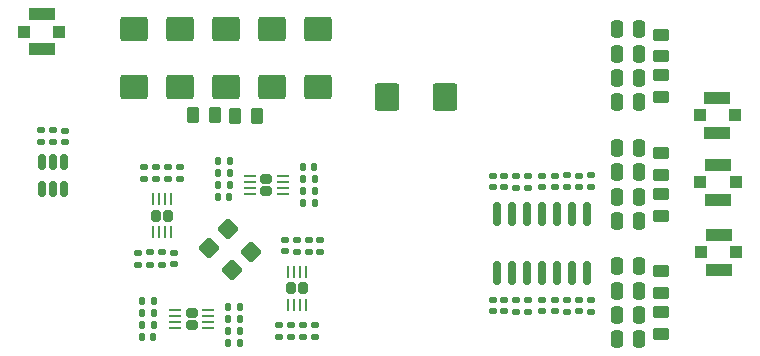
<source format=gbr>
%TF.GenerationSoftware,KiCad,Pcbnew,(6.0.5)*%
%TF.CreationDate,2023-02-17T00:10:57+08:00*%
%TF.ProjectId,EmoeNAP,456d6f65-4e41-4502-9e6b-696361645f70,rev?*%
%TF.SameCoordinates,Original*%
%TF.FileFunction,Paste,Top*%
%TF.FilePolarity,Positive*%
%FSLAX46Y46*%
G04 Gerber Fmt 4.6, Leading zero omitted, Abs format (unit mm)*
G04 Created by KiCad (PCBNEW (6.0.5)) date 2023-02-17 00:10:57*
%MOMM*%
%LPD*%
G01*
G04 APERTURE LIST*
G04 Aperture macros list*
%AMRoundRect*
0 Rectangle with rounded corners*
0 $1 Rounding radius*
0 $2 $3 $4 $5 $6 $7 $8 $9 X,Y pos of 4 corners*
0 Add a 4 corners polygon primitive as box body*
4,1,4,$2,$3,$4,$5,$6,$7,$8,$9,$2,$3,0*
0 Add four circle primitives for the rounded corners*
1,1,$1+$1,$2,$3*
1,1,$1+$1,$4,$5*
1,1,$1+$1,$6,$7*
1,1,$1+$1,$8,$9*
0 Add four rect primitives between the rounded corners*
20,1,$1+$1,$2,$3,$4,$5,0*
20,1,$1+$1,$4,$5,$6,$7,0*
20,1,$1+$1,$6,$7,$8,$9,0*
20,1,$1+$1,$8,$9,$2,$3,0*%
G04 Aperture macros list end*
%ADD10RoundRect,0.250000X0.250000X0.475000X-0.250000X0.475000X-0.250000X-0.475000X0.250000X-0.475000X0*%
%ADD11RoundRect,0.250000X-0.450000X0.262500X-0.450000X-0.262500X0.450000X-0.262500X0.450000X0.262500X0*%
%ADD12RoundRect,0.140000X0.170000X-0.140000X0.170000X0.140000X-0.170000X0.140000X-0.170000X-0.140000X0*%
%ADD13RoundRect,0.135000X0.185000X-0.135000X0.185000X0.135000X-0.185000X0.135000X-0.185000X-0.135000X0*%
%ADD14RoundRect,0.140000X0.140000X0.170000X-0.140000X0.170000X-0.140000X-0.170000X0.140000X-0.170000X0*%
%ADD15RoundRect,0.202500X-0.282500X-0.202500X0.282500X-0.202500X0.282500X0.202500X-0.282500X0.202500X0*%
%ADD16RoundRect,0.062500X-0.425000X-0.062500X0.425000X-0.062500X0.425000X0.062500X-0.425000X0.062500X0*%
%ADD17RoundRect,0.135000X-0.185000X0.135000X-0.185000X-0.135000X0.185000X-0.135000X0.185000X0.135000X0*%
%ADD18RoundRect,0.140000X-0.170000X0.140000X-0.170000X-0.140000X0.170000X-0.140000X0.170000X0.140000X0*%
%ADD19RoundRect,0.202500X0.202500X-0.282500X0.202500X0.282500X-0.202500X0.282500X-0.202500X-0.282500X0*%
%ADD20RoundRect,0.062500X0.062500X-0.425000X0.062500X0.425000X-0.062500X0.425000X-0.062500X-0.425000X0*%
%ADD21RoundRect,0.135000X0.135000X0.185000X-0.135000X0.185000X-0.135000X-0.185000X0.135000X-0.185000X0*%
%ADD22RoundRect,0.250000X-0.618718X0.017678X0.017678X-0.618718X0.618718X-0.017678X-0.017678X0.618718X0*%
%ADD23R,1.000000X1.000000*%
%ADD24R,2.200000X1.050000*%
%ADD25RoundRect,0.135000X-0.135000X-0.185000X0.135000X-0.185000X0.135000X0.185000X-0.135000X0.185000X0*%
%ADD26RoundRect,0.250000X-0.925000X0.787500X-0.925000X-0.787500X0.925000X-0.787500X0.925000X0.787500X0*%
%ADD27RoundRect,0.150000X0.150000X-0.512500X0.150000X0.512500X-0.150000X0.512500X-0.150000X-0.512500X0*%
%ADD28RoundRect,0.202500X-0.202500X0.282500X-0.202500X-0.282500X0.202500X-0.282500X0.202500X0.282500X0*%
%ADD29RoundRect,0.062500X-0.062500X0.425000X-0.062500X-0.425000X0.062500X-0.425000X0.062500X0.425000X0*%
%ADD30RoundRect,0.202500X0.282500X0.202500X-0.282500X0.202500X-0.282500X-0.202500X0.282500X-0.202500X0*%
%ADD31RoundRect,0.062500X0.425000X0.062500X-0.425000X0.062500X-0.425000X-0.062500X0.425000X-0.062500X0*%
%ADD32RoundRect,0.250000X0.450000X-0.262500X0.450000X0.262500X-0.450000X0.262500X-0.450000X-0.262500X0*%
%ADD33RoundRect,0.250000X-0.262500X-0.450000X0.262500X-0.450000X0.262500X0.450000X-0.262500X0.450000X0*%
%ADD34RoundRect,0.250000X0.262500X0.450000X-0.262500X0.450000X-0.262500X-0.450000X0.262500X-0.450000X0*%
%ADD35RoundRect,0.140000X-0.140000X-0.170000X0.140000X-0.170000X0.140000X0.170000X-0.140000X0.170000X0*%
%ADD36RoundRect,0.250000X0.618718X-0.017678X-0.017678X0.618718X-0.618718X0.017678X0.017678X-0.618718X0*%
%ADD37RoundRect,0.250000X-0.787500X-0.925000X0.787500X-0.925000X0.787500X0.925000X-0.787500X0.925000X0*%
%ADD38RoundRect,0.150000X-0.150000X0.825000X-0.150000X-0.825000X0.150000X-0.825000X0.150000X0.825000X0*%
G04 APERTURE END LIST*
D10*
%TO.C,C19*%
X174100000Y-95799999D03*
X172200000Y-95799999D03*
%TD*%
D11*
%TO.C,R19*%
X175900000Y-117687500D03*
X175900000Y-119512500D03*
%TD*%
D12*
%TO.C,C16*%
X168980001Y-107095000D03*
X168980001Y-106135000D03*
%TD*%
D13*
%TO.C,R22*%
X169980000Y-117635000D03*
X169980000Y-116615000D03*
%TD*%
D14*
%TO.C,C45*%
X132959999Y-119759813D03*
X131999999Y-119759813D03*
%TD*%
D15*
%TO.C,U1*%
X142500000Y-106399999D03*
X142500000Y-107399999D03*
D16*
X141112500Y-106149999D03*
X141112500Y-106649999D03*
X141112500Y-107149999D03*
X141112500Y-107649999D03*
X143887500Y-107649999D03*
X143887500Y-107149999D03*
X143887500Y-106649999D03*
X143887500Y-106149999D03*
%TD*%
D13*
%TO.C,R36*%
X164680000Y-117635000D03*
X164680000Y-116615000D03*
%TD*%
D12*
%TO.C,C24*%
X166980000Y-107105000D03*
X166980000Y-106145000D03*
%TD*%
D13*
%TO.C,R39*%
X163680001Y-107135000D03*
X163680001Y-106115000D03*
%TD*%
D17*
%TO.C,R35*%
X133700000Y-112629906D03*
X133700000Y-113649906D03*
%TD*%
%TO.C,R37*%
X163680000Y-116615000D03*
X163680000Y-117635000D03*
%TD*%
D10*
%TO.C,C4*%
X174100000Y-119950000D03*
X172200000Y-119950000D03*
%TD*%
D18*
%TO.C,C14*%
X168980000Y-116645000D03*
X168980000Y-117605000D03*
%TD*%
D13*
%TO.C,R44*%
X133200000Y-106427406D03*
X133200000Y-105407406D03*
%TD*%
D19*
%TO.C,U8*%
X133200000Y-109517406D03*
X134200000Y-109517406D03*
D20*
X132950000Y-110904906D03*
X133450000Y-110904906D03*
X133950000Y-110904906D03*
X134450000Y-110904906D03*
X134450000Y-108129906D03*
X133950000Y-108129906D03*
X133450000Y-108129906D03*
X132950000Y-108129906D03*
%TD*%
D13*
%TO.C,R41*%
X135214906Y-106427406D03*
X135214906Y-105407406D03*
%TD*%
D18*
%TO.C,C44*%
X146599999Y-118789812D03*
X146599999Y-119749812D03*
%TD*%
D21*
%TO.C,R6*%
X139409999Y-106900000D03*
X138389999Y-106900000D03*
%TD*%
D22*
%TO.C,C61*%
X139303636Y-110645313D03*
X141212824Y-112554501D03*
%TD*%
D17*
%TO.C,R34*%
X131689906Y-112639906D03*
X131689906Y-113659906D03*
%TD*%
D21*
%TO.C,R30*%
X132984999Y-116749906D03*
X131964999Y-116749906D03*
%TD*%
D23*
%TO.C,J2*%
X179310000Y-112600000D03*
D24*
X180810000Y-111125000D03*
X180810000Y-114075000D03*
D23*
X182310000Y-112600000D03*
%TD*%
D25*
%TO.C,R14*%
X145589998Y-106400001D03*
X146609998Y-106400001D03*
%TD*%
D26*
%TO.C,C26*%
X143000093Y-93674906D03*
X143000093Y-98599906D03*
%TD*%
D17*
%TO.C,R38*%
X164680000Y-106115001D03*
X164680000Y-107135001D03*
%TD*%
D27*
%TO.C,U11*%
X123500000Y-107237500D03*
X124450000Y-107237500D03*
X125400000Y-107237500D03*
X125400000Y-104962500D03*
X124450000Y-104962500D03*
X123500000Y-104962500D03*
%TD*%
D10*
%TO.C,C6*%
X174100000Y-115850000D03*
X172200000Y-115850000D03*
%TD*%
D11*
%TO.C,R43*%
X175900000Y-107687500D03*
X175900000Y-109512500D03*
%TD*%
D18*
%TO.C,C71*%
X125450000Y-102340000D03*
X125450000Y-103300000D03*
%TD*%
D17*
%TO.C,R20*%
X144599999Y-118759812D03*
X144599999Y-119779812D03*
%TD*%
D13*
%TO.C,R17*%
X146099999Y-112579812D03*
X146099999Y-111559812D03*
%TD*%
D28*
%TO.C,U5*%
X144599999Y-115669812D03*
X145599999Y-115669812D03*
D29*
X145849999Y-114282312D03*
X145349999Y-114282312D03*
X144849999Y-114282312D03*
X144349999Y-114282312D03*
X144349999Y-117057312D03*
X144849999Y-117057312D03*
X145349999Y-117057312D03*
X145849999Y-117057312D03*
%TD*%
D13*
%TO.C,R52*%
X124450000Y-103300001D03*
X124450000Y-102280001D03*
%TD*%
D12*
%TO.C,C60*%
X165830000Y-117605000D03*
X165830000Y-116645000D03*
%TD*%
D10*
%TO.C,C5*%
X174100000Y-117900000D03*
X172200000Y-117900000D03*
%TD*%
%TO.C,C40*%
X174100000Y-105850000D03*
X172200000Y-105850000D03*
%TD*%
D13*
%TO.C,R26*%
X167980000Y-107125000D03*
X167980000Y-106105000D03*
%TD*%
%TO.C,R42*%
X134200000Y-106427406D03*
X134200000Y-105407406D03*
%TD*%
D10*
%TO.C,C22*%
X174100000Y-93749999D03*
X172200000Y-93749999D03*
%TD*%
D17*
%TO.C,R40*%
X132699999Y-112629906D03*
X132699999Y-113649906D03*
%TD*%
D12*
%TO.C,C57*%
X134699999Y-113599906D03*
X134699999Y-112639906D03*
%TD*%
D21*
%TO.C,R31*%
X132990000Y-117759814D03*
X131970000Y-117759814D03*
%TD*%
D26*
%TO.C,C30*%
X135200093Y-93674906D03*
X135200093Y-98599906D03*
%TD*%
D30*
%TO.C,U7*%
X136190001Y-117759813D03*
X136190001Y-118759813D03*
D31*
X137577501Y-119009813D03*
X137577501Y-118509813D03*
X137577501Y-118009813D03*
X137577501Y-117509813D03*
X134802501Y-117509813D03*
X134802501Y-118009813D03*
X134802501Y-118509813D03*
X134802501Y-119009813D03*
%TD*%
D17*
%TO.C,R23*%
X167980000Y-116615000D03*
X167980000Y-117635000D03*
%TD*%
D26*
%TO.C,C23*%
X146900092Y-93674906D03*
X146900092Y-98599906D03*
%TD*%
D18*
%TO.C,C37*%
X162680000Y-116645000D03*
X162680000Y-117605000D03*
%TD*%
D10*
%TO.C,C17*%
X174100000Y-97850000D03*
X172200000Y-97850000D03*
%TD*%
D12*
%TO.C,C49*%
X165830000Y-107105000D03*
X165830000Y-106145000D03*
%TD*%
D17*
%TO.C,R18*%
X143599999Y-118759812D03*
X143599999Y-119779812D03*
%TD*%
D23*
%TO.C,J4*%
X125000000Y-93949906D03*
D24*
X123500000Y-92474906D03*
X123500000Y-95424906D03*
D23*
X122000000Y-93949906D03*
%TD*%
D18*
%TO.C,C21*%
X166980000Y-116645000D03*
X166980000Y-117605000D03*
%TD*%
D11*
%TO.C,RISO2*%
X175900000Y-97637500D03*
X175900000Y-99462500D03*
%TD*%
D13*
%TO.C,R51*%
X123450000Y-103300000D03*
X123450000Y-102280000D03*
%TD*%
D23*
%TO.C,J5*%
X179260000Y-106700000D03*
X182260000Y-106700000D03*
D24*
X180760000Y-108175000D03*
X180760000Y-105225000D03*
%TD*%
D25*
%TO.C,R12*%
X145589999Y-108399905D03*
X146609999Y-108399905D03*
%TD*%
D10*
%TO.C,C7*%
X174100000Y-113799999D03*
X172200000Y-113799999D03*
%TD*%
D23*
%TO.C,J3*%
X179210000Y-101000000D03*
D24*
X180710000Y-99525000D03*
D23*
X182210000Y-101000000D03*
D24*
X180710000Y-102475000D03*
%TD*%
D17*
%TO.C,R25*%
X169979999Y-106105000D03*
X169979999Y-107125000D03*
%TD*%
D32*
%TO.C,R29*%
X175900000Y-96012500D03*
X175900000Y-94187500D03*
%TD*%
D14*
%TO.C,C56*%
X140270001Y-117259813D03*
X139310001Y-117259813D03*
%TD*%
D33*
%TO.C,R32*%
X139881913Y-101037406D03*
X141706913Y-101037406D03*
%TD*%
D12*
%TO.C,C34*%
X161680000Y-107105000D03*
X161680000Y-106145000D03*
%TD*%
D25*
%TO.C,R13*%
X145589999Y-107400001D03*
X146609999Y-107400001D03*
%TD*%
D10*
%TO.C,C13*%
X174100000Y-99900000D03*
X172200000Y-99900000D03*
%TD*%
%TO.C,C42*%
X174100000Y-109950000D03*
X172200000Y-109950000D03*
%TD*%
D18*
%TO.C,C33*%
X161680000Y-116645000D03*
X161680000Y-117605000D03*
%TD*%
D10*
%TO.C,C41*%
X174100000Y-107900000D03*
X172200000Y-107900000D03*
%TD*%
D25*
%TO.C,R27*%
X139279999Y-118259813D03*
X140299999Y-118259813D03*
%TD*%
%TO.C,R28*%
X139280000Y-119259813D03*
X140300000Y-119259813D03*
%TD*%
D12*
%TO.C,C39*%
X162680000Y-107105000D03*
X162680000Y-106145000D03*
%TD*%
D25*
%TO.C,R24*%
X139279999Y-120274906D03*
X140299999Y-120274906D03*
%TD*%
D34*
%TO.C,RISO3*%
X138156913Y-101031332D03*
X136331913Y-101031332D03*
%TD*%
D32*
%TO.C,RISO1*%
X175900000Y-116062500D03*
X175900000Y-114237500D03*
%TD*%
D17*
%TO.C,R21*%
X145599999Y-118759812D03*
X145599999Y-119779812D03*
%TD*%
D21*
%TO.C,R33*%
X132990000Y-118759812D03*
X131970000Y-118759812D03*
%TD*%
%TO.C,R9*%
X139410000Y-105900000D03*
X138390000Y-105900000D03*
%TD*%
D13*
%TO.C,R16*%
X145099999Y-112579812D03*
X145099999Y-111559812D03*
%TD*%
D35*
%TO.C,C43*%
X145619999Y-105400001D03*
X146579999Y-105400001D03*
%TD*%
D26*
%TO.C,C31*%
X131300093Y-93674906D03*
X131300093Y-98599906D03*
%TD*%
D21*
%TO.C,R3*%
X139409999Y-104899906D03*
X138389999Y-104899906D03*
%TD*%
D13*
%TO.C,R15*%
X147099999Y-112569905D03*
X147099999Y-111549905D03*
%TD*%
D12*
%TO.C,C46*%
X132200000Y-106377407D03*
X132200000Y-105417407D03*
%TD*%
D36*
%TO.C,C62*%
X139612824Y-114154500D03*
X137703636Y-112245312D03*
%TD*%
D37*
%TO.C,C1*%
X152737500Y-99449906D03*
X157662500Y-99449906D03*
%TD*%
D32*
%TO.C,RISO4*%
X175900000Y-106062500D03*
X175900000Y-104237500D03*
%TD*%
D18*
%TO.C,C55*%
X144099999Y-111569812D03*
X144099999Y-112529812D03*
%TD*%
D38*
%TO.C,U6*%
X169640000Y-109400000D03*
X168370000Y-109400000D03*
X167100000Y-109400000D03*
X165830000Y-109400000D03*
X164560000Y-109400000D03*
X163290000Y-109400000D03*
X162020000Y-109400000D03*
X162020000Y-114350000D03*
X163290000Y-114350000D03*
X164560000Y-114350000D03*
X165830000Y-114350000D03*
X167100000Y-114350000D03*
X168370000Y-114350000D03*
X169640000Y-114350000D03*
%TD*%
D26*
%TO.C,C28*%
X139100094Y-93674906D03*
X139100094Y-98599906D03*
%TD*%
D10*
%TO.C,C38*%
X174100000Y-103800000D03*
X172200000Y-103800000D03*
%TD*%
D35*
%TO.C,C54*%
X138419999Y-107900000D03*
X139379999Y-107900000D03*
%TD*%
M02*

</source>
